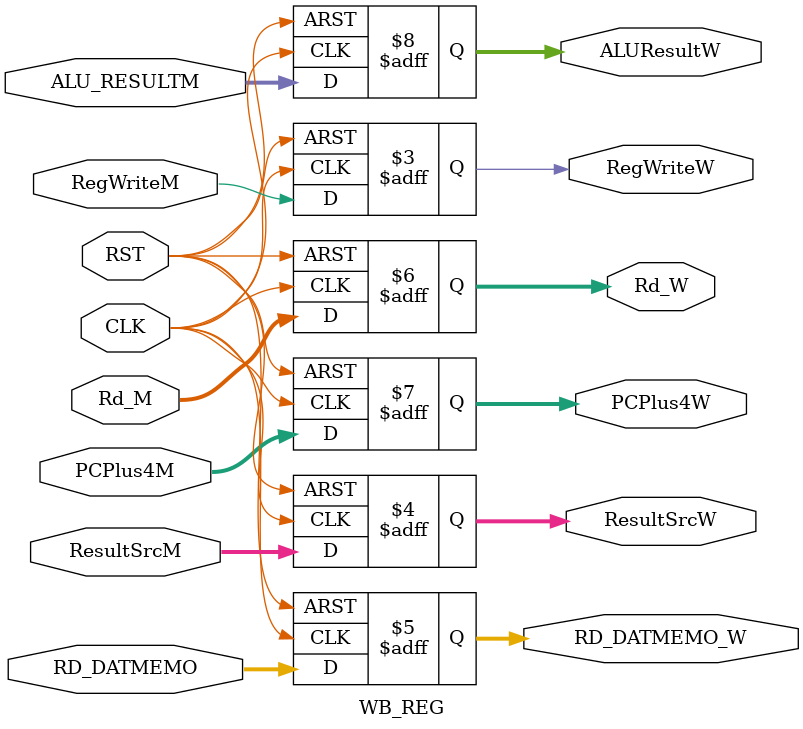
<source format=v>
module WB_REG(
input          wire                        CLK,
input          wire                        RST,
input          wire        [31:0]          ALU_RESULTM,
input          wire                        RegWriteM,
input          wire         [1:0]          ResultSrcM,
input          wire         [31:0]         RD_DATMEMO,
input          wire     	[4:0]          Rd_M,
input          wire       	[31:0]         PCPlus4M,
output         reg                         RegWriteW,
output         reg          [1:0]          ResultSrcW,
output         reg          [31:0]         RD_DATMEMO_W,
output         reg          [4:0]          Rd_W,
output         reg          [31:0]         PCPlus4W,
output         reg          [31:0]         ALUResultW          
);




always@(posedge CLK or negedge RST)
begin
	if(!RST)
		begin
			RegWriteW <= 0;
			ResultSrcW <= 2'd0;
			RD_DATMEMO_W <= 32'd0;
			Rd_W <= 5'd0;
			PCPlus4W <= 32'd0;
			ALUResultW <= 32'd0;
		
		end
	
	else
		begin
		    RegWriteW <= RegWriteM;
			ResultSrcW <= ResultSrcM;
			RD_DATMEMO_W <= RD_DATMEMO;
			Rd_W <= Rd_M;
			PCPlus4W <= PCPlus4M;
			ALUResultW <= ALU_RESULTM;
		end


end




endmodule
</source>
